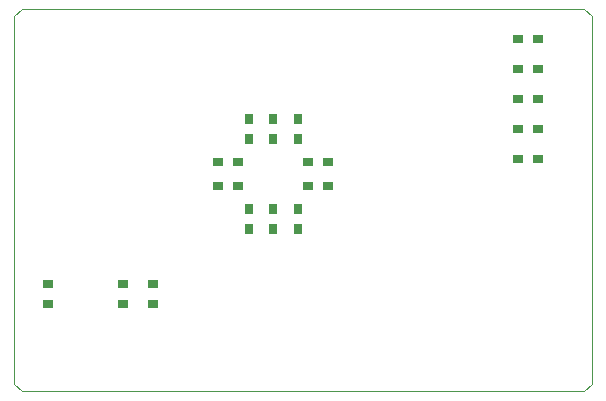
<source format=gbp>
G75*
%MOIN*%
%OFA0B0*%
%FSLAX25Y25*%
%IPPOS*%
%LPD*%
%AMOC8*
5,1,8,0,0,1.08239X$1,22.5*
%
%ADD10C,0.00000*%
%ADD11R,0.03543X0.03150*%
%ADD12R,0.03150X0.03543*%
D10*
X0007850Y0004100D02*
X0005350Y0006600D01*
X0005350Y0129100D01*
X0007850Y0131600D01*
X0195350Y0131600D01*
X0197850Y0129100D01*
X0197850Y0006600D01*
X0195350Y0004100D01*
X0007850Y0004100D01*
D11*
X0016600Y0033254D03*
X0016600Y0039946D03*
X0041600Y0039946D03*
X0041600Y0033254D03*
X0051600Y0033254D03*
X0051600Y0039946D03*
X0073254Y0072538D03*
X0079946Y0072538D03*
X0079946Y0080663D03*
X0073254Y0080663D03*
X0103254Y0080663D03*
X0109946Y0080663D03*
X0109946Y0072538D03*
X0103254Y0072538D03*
X0173254Y0081600D03*
X0179946Y0081600D03*
X0179946Y0091600D03*
X0173254Y0091600D03*
X0173254Y0101600D03*
X0179946Y0101600D03*
X0179946Y0111600D03*
X0173254Y0111600D03*
X0173254Y0121600D03*
X0179946Y0121600D03*
D12*
X0099725Y0094946D03*
X0091600Y0094946D03*
X0083475Y0094946D03*
X0083475Y0088254D03*
X0091600Y0088254D03*
X0099725Y0088254D03*
X0099725Y0064946D03*
X0099725Y0058254D03*
X0091600Y0058254D03*
X0091600Y0064946D03*
X0083475Y0064946D03*
X0083475Y0058254D03*
M02*

</source>
